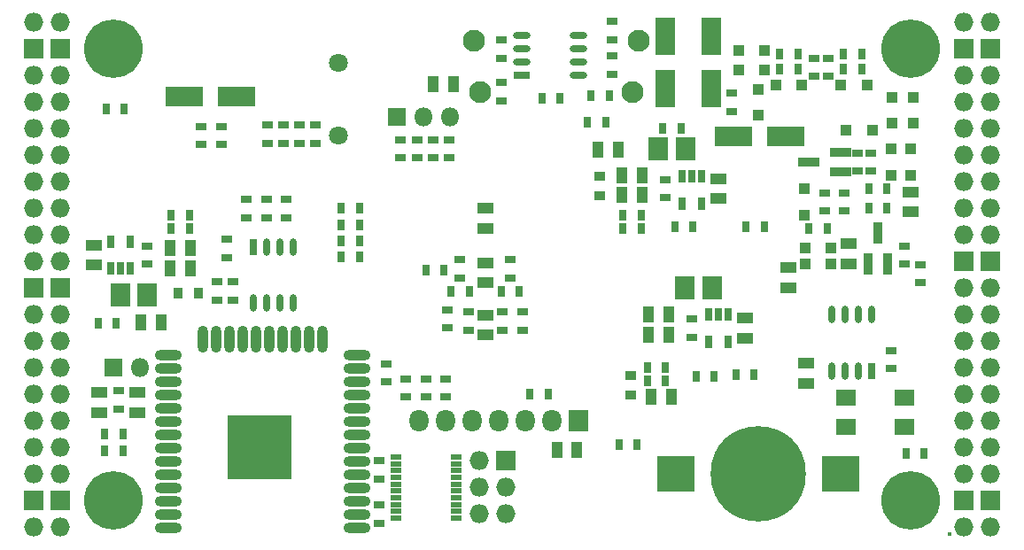
<source format=gbs>
G04 #@! TF.GenerationSoftware,KiCad,Pcbnew,5.0.0-rc2-dev-unknown+dfsg1+20180318-2*
G04 #@! TF.CreationDate,2018-05-18T20:09:28+02:00*
G04 #@! TF.ProjectId,ulx3s,756C7833732E6B696361645F70636200,rev?*
G04 #@! TF.SameCoordinates,Original*
G04 #@! TF.FileFunction,Soldermask,Bot*
G04 #@! TF.FilePolarity,Negative*
%FSLAX46Y46*%
G04 Gerber Fmt 4.6, Leading zero omitted, Abs format (unit mm)*
G04 Created by KiCad (PCBNEW 5.0.0-rc2-dev-unknown+dfsg1+20180318-2) date Fri May 18 20:09:28 2018*
%MOMM*%
%LPD*%
G01*
G04 APERTURE LIST*
%ADD10O,1.827200X1.827200*%
%ADD11R,1.827200X1.827200*%
%ADD12R,0.800000X1.300000*%
%ADD13C,5.600000*%
%ADD14R,1.100000X0.500000*%
%ADD15R,1.827200X2.132000*%
%ADD16O,1.827200X2.132000*%
%ADD17R,3.600000X3.400000*%
%ADD18C,9.100000*%
%ADD19C,1.800000*%
%ADD20R,0.700000X1.650000*%
%ADD21O,0.700000X1.650000*%
%ADD22R,1.650000X0.700000*%
%ADD23O,1.650000X0.700000*%
%ADD24O,2.600000X1.000000*%
%ADD25O,1.000000X2.600000*%
%ADD26R,6.100000X6.100000*%
%ADD27R,1.900000X1.500000*%
%ADD28R,1.070000X1.600000*%
%ADD29R,1.600000X1.070000*%
%ADD30R,0.770000X1.100000*%
%ADD31R,1.100000X0.770000*%
%ADD32C,2.100000*%
%ADD33R,1.925000X2.300000*%
%ADD34R,1.100000X1.100000*%
%ADD35R,0.900000X2.000000*%
%ADD36R,2.000000X0.900000*%
%ADD37R,3.600000X1.900000*%
%ADD38R,1.900000X3.600000*%
%ADD39C,0.400000*%
%ADD40R,1.100000X0.945000*%
%ADD41R,0.945000X1.100000*%
%ADD42R,1.800000X1.800000*%
%ADD43O,1.800000X1.800000*%
G04 APERTURE END LIST*
D10*
X97910000Y-62690000D03*
X95370000Y-62690000D03*
D11*
X97910000Y-65230000D03*
X95370000Y-65230000D03*
D10*
X97910000Y-67770000D03*
X95370000Y-67770000D03*
X97910000Y-70310000D03*
X95370000Y-70310000D03*
X97910000Y-72850000D03*
X95370000Y-72850000D03*
X97910000Y-75390000D03*
X95370000Y-75390000D03*
X97910000Y-77930000D03*
X95370000Y-77930000D03*
X97910000Y-80470000D03*
X95370000Y-80470000D03*
X97910000Y-83010000D03*
X95370000Y-83010000D03*
X97910000Y-85550000D03*
X95370000Y-85550000D03*
D11*
X97910000Y-88090000D03*
X95370000Y-88090000D03*
D10*
X97910000Y-90630000D03*
X95370000Y-90630000D03*
X97910000Y-93170000D03*
X95370000Y-93170000D03*
X97910000Y-95710000D03*
X95370000Y-95710000D03*
X97910000Y-98250000D03*
X95370000Y-98250000D03*
X97910000Y-100790000D03*
X95370000Y-100790000D03*
X97910000Y-103330000D03*
X95370000Y-103330000D03*
X97910000Y-105870000D03*
X95370000Y-105870000D03*
D11*
X97910000Y-108410000D03*
X95370000Y-108410000D03*
D10*
X97910000Y-110950000D03*
X95370000Y-110950000D03*
D12*
X159825000Y-90600000D03*
X160775000Y-90600000D03*
X161725000Y-90600000D03*
X161725000Y-93200000D03*
X159825000Y-93200000D03*
X104575000Y-86215000D03*
X103625000Y-86215000D03*
X102675000Y-86215000D03*
X102675000Y-83615000D03*
X104575000Y-83615000D03*
X157285000Y-77392000D03*
X158235000Y-77392000D03*
X159185000Y-77392000D03*
X159185000Y-79992000D03*
X157285000Y-79992000D03*
D10*
X184270000Y-110950000D03*
X186810000Y-110950000D03*
D11*
X184270000Y-108410000D03*
X186810000Y-108410000D03*
D10*
X184270000Y-105870000D03*
X186810000Y-105870000D03*
X184270000Y-103330000D03*
X186810000Y-103330000D03*
X184270000Y-100790000D03*
X186810000Y-100790000D03*
X184270000Y-98250000D03*
X186810000Y-98250000D03*
X184270000Y-95710000D03*
X186810000Y-95710000D03*
X184270000Y-93170000D03*
X186810000Y-93170000D03*
X184270000Y-90630000D03*
X186810000Y-90630000D03*
X184270000Y-88090000D03*
X186810000Y-88090000D03*
D11*
X184270000Y-85550000D03*
X186810000Y-85550000D03*
D10*
X184270000Y-83010000D03*
X186810000Y-83010000D03*
X184270000Y-80470000D03*
X186810000Y-80470000D03*
X184270000Y-77930000D03*
X186810000Y-77930000D03*
X184270000Y-75390000D03*
X186810000Y-75390000D03*
X184270000Y-72850000D03*
X186810000Y-72850000D03*
X184270000Y-70310000D03*
X186810000Y-70310000D03*
X184270000Y-67770000D03*
X186810000Y-67770000D03*
D11*
X184270000Y-65230000D03*
X186810000Y-65230000D03*
D10*
X184270000Y-62690000D03*
X186810000Y-62690000D03*
D13*
X102990000Y-108410000D03*
X179190000Y-108410000D03*
X179190000Y-65230000D03*
X102990000Y-65230000D03*
D14*
X135735000Y-104215000D03*
X135735000Y-104865000D03*
X135735000Y-105515000D03*
X135735000Y-106165000D03*
X135735000Y-106815000D03*
X135735000Y-107465000D03*
X135735000Y-108115000D03*
X135735000Y-108765000D03*
X135735000Y-109415000D03*
X135735000Y-110065000D03*
X129935000Y-110065000D03*
X129935000Y-109415000D03*
X129935000Y-108765000D03*
X129935000Y-108115000D03*
X129935000Y-107465000D03*
X129935000Y-106815000D03*
X129935000Y-106165000D03*
X129935000Y-105515000D03*
X129935000Y-104865000D03*
X129935000Y-104215000D03*
D11*
X140455000Y-104600000D03*
D10*
X137915000Y-104600000D03*
X140455000Y-107140000D03*
X137915000Y-107140000D03*
X140455000Y-109680000D03*
X137915000Y-109680000D03*
D15*
X147440000Y-100790000D03*
D16*
X144900000Y-100790000D03*
X142360000Y-100790000D03*
X139820000Y-100790000D03*
X137280000Y-100790000D03*
X134740000Y-100790000D03*
X132200000Y-100790000D03*
D17*
X172485000Y-105870000D03*
X156685000Y-105870000D03*
D18*
X164585000Y-105870000D03*
D19*
X124468000Y-66518000D03*
X124468000Y-73518000D03*
D20*
X175395000Y-96015000D03*
D21*
X174125000Y-96015000D03*
X172855000Y-96015000D03*
X171585000Y-96015000D03*
X171585000Y-90615000D03*
X172855000Y-90615000D03*
X174125000Y-90615000D03*
X175395000Y-90615000D03*
D22*
X141980000Y-67706500D03*
D23*
X141980000Y-66436500D03*
X141980000Y-65166500D03*
X141980000Y-63896500D03*
X147380000Y-63896500D03*
X147380000Y-65166500D03*
X147380000Y-66436500D03*
X147380000Y-67706500D03*
D20*
X116325000Y-84120000D03*
D21*
X117595000Y-84120000D03*
X118865000Y-84120000D03*
X120135000Y-84120000D03*
X120135000Y-89520000D03*
X118865000Y-89520000D03*
X117595000Y-89520000D03*
X116325000Y-89520000D03*
D24*
X126230000Y-111000000D03*
X126230000Y-109730000D03*
X126230000Y-108460000D03*
X126230000Y-107190000D03*
X126230000Y-105920000D03*
X126230000Y-104650000D03*
X126230000Y-103380000D03*
X126230000Y-102110000D03*
X126230000Y-100840000D03*
X126230000Y-99570000D03*
X126230000Y-98300000D03*
X126230000Y-97030000D03*
X126230000Y-95760000D03*
X126230000Y-94490000D03*
D25*
X122945000Y-93000000D03*
X121675000Y-93000000D03*
X120405000Y-93000000D03*
X119135000Y-93000000D03*
X117865000Y-93000000D03*
X116595000Y-93000000D03*
X115325000Y-93000000D03*
X114055000Y-93000000D03*
X112785000Y-93000000D03*
X111515000Y-93000000D03*
D24*
X108230000Y-94490000D03*
X108230000Y-95760000D03*
X108230000Y-97030000D03*
X108230000Y-98300000D03*
X108230000Y-99570000D03*
X108230000Y-100840000D03*
X108230000Y-102110000D03*
X108230000Y-103380000D03*
X108230000Y-104650000D03*
X108230000Y-105920000D03*
X108230000Y-107190000D03*
X108230000Y-108460000D03*
X108230000Y-109730000D03*
X108230000Y-111000000D03*
D26*
X116930000Y-103300000D03*
D27*
X178576000Y-98522000D03*
X172976000Y-98522000D03*
X172976000Y-101322000D03*
X178576000Y-101322000D03*
D28*
X133546000Y-68550000D03*
X135456000Y-68550000D03*
D29*
X101085000Y-83960000D03*
X101085000Y-85870000D03*
D30*
X153985000Y-96910000D03*
X155735000Y-96910000D03*
D28*
X156015000Y-90630000D03*
X154105000Y-90630000D03*
X154105000Y-92535000D03*
X156015000Y-92535000D03*
D29*
X163315000Y-90945000D03*
X163315000Y-92855000D03*
D30*
X151645000Y-82375000D03*
X153395000Y-82375000D03*
D28*
X153475000Y-79200000D03*
X151565000Y-79200000D03*
X153475000Y-77295000D03*
X151565000Y-77295000D03*
D29*
X160775000Y-79520000D03*
X160775000Y-77610000D03*
D30*
X108465000Y-81105000D03*
X110215000Y-81105000D03*
D28*
X108385000Y-84280000D03*
X110295000Y-84280000D03*
X110295000Y-86185000D03*
X108385000Y-86185000D03*
D29*
X173221000Y-83833000D03*
X173221000Y-85743000D03*
D31*
X175380000Y-76900000D03*
X175380000Y-75150000D03*
D29*
X105276000Y-99967000D03*
X105276000Y-98057000D03*
X167506000Y-88029000D03*
X167506000Y-86119000D03*
X138500000Y-90665000D03*
X138500000Y-92575000D03*
D31*
X150589600Y-64359000D03*
X150589600Y-62609000D03*
D29*
X138500000Y-82375000D03*
X138500000Y-80465000D03*
X138500000Y-87575000D03*
X138500000Y-85665000D03*
X101593000Y-99967000D03*
X101593000Y-98057000D03*
D28*
X154359000Y-98504000D03*
X156269000Y-98504000D03*
X105591000Y-91392000D03*
X107501000Y-91392000D03*
X151189000Y-74882000D03*
X149279000Y-74882000D03*
D31*
X140900000Y-87095000D03*
X140900000Y-85345000D03*
X136100000Y-87095000D03*
X136100000Y-85345000D03*
X136900000Y-92095000D03*
X136900000Y-90345000D03*
X140100000Y-90345000D03*
X140100000Y-92095000D03*
X142100000Y-92095000D03*
X142100000Y-90345000D03*
X134900000Y-90145000D03*
X134900000Y-91895000D03*
D30*
X135225000Y-88420000D03*
X136975000Y-88420000D03*
X140025000Y-88420000D03*
X141775000Y-88420000D03*
X163425000Y-82220000D03*
X165175000Y-82220000D03*
X158375000Y-82220000D03*
X156625000Y-82220000D03*
D31*
X177300000Y-94025000D03*
X177300000Y-95775000D03*
D28*
X145342000Y-103584000D03*
X147252000Y-103584000D03*
D30*
X103995000Y-70963000D03*
X102245000Y-70963000D03*
X103245000Y-91410000D03*
X101495000Y-91410000D03*
D31*
X180094000Y-87586000D03*
X180094000Y-85836000D03*
D30*
X180473000Y-103856000D03*
X178723000Y-103856000D03*
X158645000Y-96490000D03*
X160395000Y-96490000D03*
X132827200Y-86330000D03*
X134577200Y-86330000D03*
D29*
X169172000Y-95281000D03*
X169172000Y-97191000D03*
X179190000Y-80790000D03*
X179190000Y-78880000D03*
D32*
X152546000Y-69312000D03*
X138046000Y-69312000D03*
X153146000Y-64412000D03*
X137446000Y-64412000D03*
D33*
X157582500Y-88090000D03*
X160157500Y-88090000D03*
X103607500Y-88725000D03*
X106182500Y-88725000D03*
X157617500Y-74755000D03*
X155042500Y-74755000D03*
D34*
X169050000Y-84280000D03*
X171550000Y-84280000D03*
X169030000Y-78585000D03*
X169030000Y-81085000D03*
X171550000Y-85804000D03*
X169050000Y-85804000D03*
X179190000Y-74775000D03*
X179190000Y-77275000D03*
X177285000Y-77275000D03*
X177285000Y-74775000D03*
X172987000Y-72977000D03*
X175487000Y-72977000D03*
X164585000Y-69060000D03*
X164585000Y-71560000D03*
X168756000Y-68659000D03*
X166256000Y-68659000D03*
X174979000Y-68659000D03*
X172479000Y-68659000D03*
X165200000Y-67262000D03*
X162700000Y-67262000D03*
X162700000Y-65357000D03*
X165200000Y-65357000D03*
X177412000Y-72322000D03*
X177412000Y-69822000D03*
X179444000Y-69822000D03*
X179444000Y-72322000D03*
D35*
X176015000Y-82780000D03*
X175065000Y-85780000D03*
X176965000Y-85780000D03*
D36*
X172435000Y-75075000D03*
X172435000Y-76975000D03*
X169435000Y-76025000D03*
D37*
X114761000Y-69802000D03*
X109761000Y-69802000D03*
X167212000Y-73612000D03*
X162212000Y-73612000D03*
D38*
X155695000Y-69000000D03*
X155695000Y-64000000D03*
X160140000Y-69000000D03*
X160140000Y-64000000D03*
D39*
X182888000Y-111603000D03*
D31*
X113277000Y-74360000D03*
X113277000Y-72610000D03*
X111372000Y-72610000D03*
X111372000Y-74360000D03*
D30*
X155455000Y-72850000D03*
X157205000Y-72850000D03*
D31*
X171316000Y-66090000D03*
X171316000Y-67840000D03*
X169919000Y-67840000D03*
X169919000Y-66090000D03*
D30*
X174477000Y-65738000D03*
X172727000Y-65738000D03*
D31*
X128390000Y-106321000D03*
X128390000Y-104571000D03*
X117722000Y-72483000D03*
X117722000Y-74233000D03*
X119246000Y-74233000D03*
X119246000Y-72483000D03*
X120770000Y-72483000D03*
X120770000Y-74233000D03*
X122294000Y-74233000D03*
X122294000Y-72483000D03*
D30*
X145655000Y-69900000D03*
X143905000Y-69900000D03*
D40*
X152393000Y-96398500D03*
X152393000Y-98323500D03*
D41*
X111064500Y-88598000D03*
X109139500Y-88598000D03*
D40*
X149472000Y-77348500D03*
X149472000Y-79273500D03*
D42*
X102990000Y-95710000D03*
D43*
X105530000Y-95710000D03*
D42*
X130056000Y-71725000D03*
D43*
X132596000Y-71725000D03*
X135136000Y-71725000D03*
D30*
X166631000Y-65738000D03*
X168381000Y-65738000D03*
X124721000Y-85060000D03*
X126471000Y-85060000D03*
X126471000Y-83536000D03*
X124721000Y-83536000D03*
X126471000Y-82012000D03*
X124721000Y-82012000D03*
X124721000Y-80470000D03*
X126471000Y-80470000D03*
D31*
X130422000Y-73898000D03*
X130422000Y-75648000D03*
X131961000Y-75648000D03*
X131961000Y-73898000D03*
X133485000Y-73898000D03*
X133485000Y-75648000D03*
X135009000Y-75648000D03*
X135009000Y-73898000D03*
X113785000Y-83405000D03*
X113785000Y-85155000D03*
D30*
X151264000Y-103076000D03*
X153014000Y-103076000D03*
X164190000Y-96345000D03*
X162440000Y-96345000D03*
D31*
X178555000Y-85790000D03*
X178555000Y-84040000D03*
X112896000Y-89219000D03*
X112896000Y-87469000D03*
X170935000Y-80710000D03*
X170935000Y-78960000D03*
D30*
X103865000Y-102060000D03*
X102115000Y-102060000D03*
D31*
X114420000Y-89219000D03*
X114420000Y-87469000D03*
D30*
X171175000Y-82375000D03*
X169425000Y-82375000D03*
D31*
X172840000Y-80710000D03*
X172840000Y-78960000D03*
X162045000Y-69435000D03*
X162045000Y-71185000D03*
D30*
X175140000Y-80470000D03*
X176890000Y-80470000D03*
D31*
X174110000Y-75150000D03*
X174110000Y-76900000D03*
X128390000Y-110555000D03*
X128390000Y-108805000D03*
X119500000Y-79595000D03*
X119500000Y-81345000D03*
D30*
X176890000Y-78565000D03*
X175140000Y-78565000D03*
D31*
X140025500Y-66105000D03*
X140025500Y-64355000D03*
X140025500Y-70187000D03*
X140025500Y-68437000D03*
X150615000Y-65897000D03*
X150615000Y-67647000D03*
D30*
X150050000Y-72215000D03*
X148300000Y-72215000D03*
X150362000Y-69693000D03*
X148612000Y-69693000D03*
D31*
X129025000Y-95300000D03*
X129025000Y-97050000D03*
X117595000Y-79595000D03*
X117595000Y-81345000D03*
X115690000Y-81345000D03*
X115690000Y-79595000D03*
D30*
X142755000Y-98250000D03*
X144505000Y-98250000D03*
D31*
X132835000Y-98490000D03*
X132835000Y-96740000D03*
X130930000Y-96740000D03*
X130930000Y-98490000D03*
D30*
X103865000Y-103600000D03*
X102115000Y-103600000D03*
D31*
X103498000Y-99633000D03*
X103498000Y-97883000D03*
X134740000Y-96740000D03*
X134740000Y-98490000D03*
D30*
X166631000Y-67135000D03*
X168381000Y-67135000D03*
X172725000Y-67120000D03*
X174475000Y-67120000D03*
X155735000Y-95640000D03*
X153985000Y-95640000D03*
X108465000Y-82375000D03*
X110215000Y-82375000D03*
X153395000Y-81105000D03*
X151645000Y-81105000D03*
D31*
X158235000Y-91025000D03*
X158235000Y-92775000D03*
X106165000Y-85790000D03*
X106165000Y-84040000D03*
X155695000Y-77690000D03*
X155695000Y-79440000D03*
M02*

</source>
